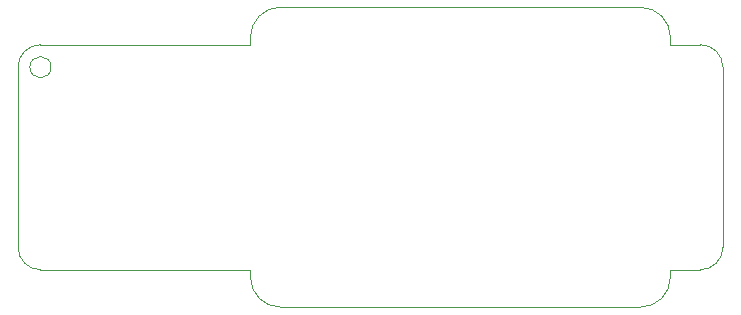
<source format=gbr>
G04 #@! TF.GenerationSoftware,KiCad,Pcbnew,(5.1.9)-1*
G04 #@! TF.CreationDate,2021-01-29T19:09:00+08:00*
G04 #@! TF.ProjectId,board,626f6172-642e-46b6-9963-61645f706362,rev?*
G04 #@! TF.SameCoordinates,Original*
G04 #@! TF.FileFunction,Profile,NP*
%FSLAX46Y46*%
G04 Gerber Fmt 4.6, Leading zero omitted, Abs format (unit mm)*
G04 Created by KiCad (PCBNEW (5.1.9)-1) date 2021-01-29 19:09:00*
%MOMM*%
%LPD*%
G01*
G04 APERTURE LIST*
G04 #@! TA.AperFunction,Profile*
%ADD10C,0.050000*%
G04 #@! TD*
G04 APERTURE END LIST*
D10*
X119008026Y-100330000D02*
G75*
G03*
X119008026Y-100330000I-898026J0D01*
G01*
X118110000Y-98425000D02*
X135890000Y-98425000D01*
X116205000Y-115570000D02*
X116205000Y-100330000D01*
X135890000Y-117475000D02*
X118110000Y-117475000D01*
X118110000Y-117475000D02*
G75*
G02*
X116205000Y-115570000I0J1905000D01*
G01*
X116205000Y-100330000D02*
G75*
G02*
X118110000Y-98425000I1905000J0D01*
G01*
X173990000Y-98425000D02*
X171450000Y-98425000D01*
X175895000Y-115570000D02*
X175895000Y-100330000D01*
X171450000Y-117475000D02*
X173990000Y-117475000D01*
X175895000Y-115570000D02*
G75*
G02*
X173990000Y-117475000I-1905000J0D01*
G01*
X173990000Y-98425000D02*
G75*
G02*
X175895000Y-100330000I0J-1905000D01*
G01*
X135890000Y-98425000D02*
X135890000Y-97790000D01*
X135890000Y-118110000D02*
X135890000Y-117475000D01*
X171450000Y-117475000D02*
X171450000Y-118110000D01*
X171450000Y-97790000D02*
X171450000Y-98425000D01*
X138430000Y-120650000D02*
X168910000Y-120650000D01*
X138430000Y-120650000D02*
G75*
G02*
X135890000Y-118110000I0J2540000D01*
G01*
X138430000Y-95250000D02*
X168910000Y-95250000D01*
X135890000Y-97790000D02*
G75*
G02*
X138430000Y-95250000I2540000J0D01*
G01*
X168910000Y-95250000D02*
G75*
G02*
X171450000Y-97790000I0J-2540000D01*
G01*
X171450000Y-118110000D02*
G75*
G02*
X168910000Y-120650000I-2540000J0D01*
G01*
M02*

</source>
